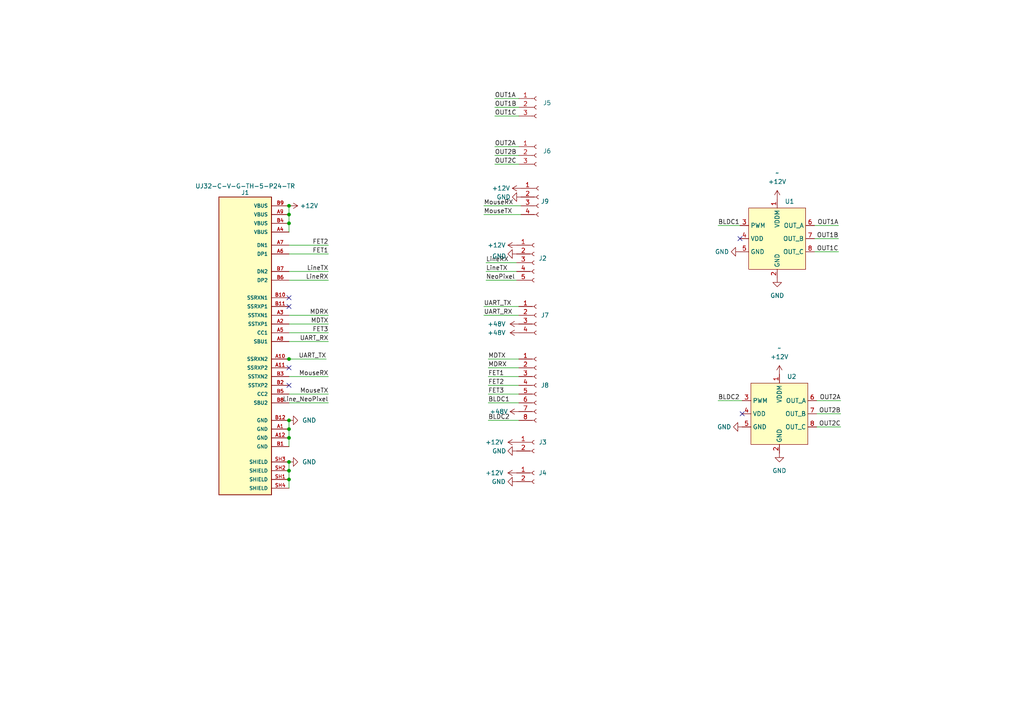
<source format=kicad_sch>
(kicad_sch (version 20230121) (generator eeschema)
  (paper "A4")
  (lib_symbols
    (symbol "Connector:Conn_01x02_Socket" (pin_names (offset 1.016) hide)
      (property "Reference" "J" (at 0 2.54 0))
      (property "Value" "Conn_01x02_Socket" (at 0 -5.08 0))
      (symbol "Conn_01x02_Socket_1_1"
        (arc (start 0 -2.032) (mid -0.5058 -2.54) (end 0 -3.048) (stroke (width 0.1524)))
        (polyline (pts (xy -1.27 -2.54) (xy -0.508 -2.54)) (stroke (width 0.1524)))
        (polyline (pts (xy -1.27 0) (xy -0.508 0)) (stroke (width 0.1524)))
        (arc (start 0 0.508) (mid -0.5058 0) (end 0 -0.508) (stroke (width 0.1524)))
        (pin passive line (at -5.08 0 0) (length 3.81) (name "Pin_1") (number "1"))
        (pin passive line (at -5.08 -2.54 0) (length 3.81) (name "Pin_2") (number "2"))
      )
    )
    (symbol "Connector:Conn_01x03_Socket" (pin_names (offset 1.016) hide)
      (property "Reference" "J" (at 0 5.08 0))
      (property "Value" "Conn_01x03_Socket" (at 0 -5.08 0))
      (symbol "Conn_01x03_Socket_1_1"
        (arc (start 0 -2.032) (mid -0.5058 -2.54) (end 0 -3.048) (stroke (width 0.1524)))
        (polyline (pts (xy -1.27 -2.54) (xy -0.508 -2.54)) (stroke (width 0.1524)))
        (polyline (pts (xy -1.27 0) (xy -0.508 0)) (stroke (width 0.1524)))
        (polyline (pts (xy -1.27 2.54) (xy -0.508 2.54)) (stroke (width 0.1524)))
        (arc (start 0 0.508) (mid -0.5058 0) (end 0 -0.508) (stroke (width 0.1524)))
        (arc (start 0 3.048) (mid -0.5058 2.54) (end 0 2.032) (stroke (width 0.1524)))
        (pin passive line (at -5.08 2.54 0) (length 3.81) (name "Pin_1") (number "1"))
        (pin passive line (at -5.08 0 0) (length 3.81) (name "Pin_2") (number "2"))
        (pin passive line (at -5.08 -2.54 0) (length 3.81) (name "Pin_3") (number "3"))
      )
    )
    (symbol "Connector:Conn_01x04_Socket" (pin_names (offset 1.016) hide)
      (property "Reference" "J" (at 0 5.08 0))
      (property "Value" "Conn_01x04_Socket" (at 0 -7.62 0))
      (symbol "Conn_01x04_Socket_1_1"
        (arc (start 0 -4.572) (mid -0.5058 -5.08) (end 0 -5.588) (stroke (width 0.1524)))
        (arc (start 0 -2.032) (mid -0.5058 -2.54) (end 0 -3.048) (stroke (width 0.1524)))
        (polyline (pts (xy -1.27 -5.08) (xy -0.508 -5.08)) (stroke (width 0.1524)))
        (polyline (pts (xy -1.27 -2.54) (xy -0.508 -2.54)) (stroke (width 0.1524)))
        (polyline (pts (xy -1.27 0) (xy -0.508 0)) (stroke (width 0.1524)))
        (polyline (pts (xy -1.27 2.54) (xy -0.508 2.54)) (stroke (width 0.1524)))
        (arc (start 0 0.508) (mid -0.5058 0) (end 0 -0.508) (stroke (width 0.1524)))
        (arc (start 0 3.048) (mid -0.5058 2.54) (end 0 2.032) (stroke (width 0.1524)))
        (pin passive line (at -5.08 2.54 0) (length 3.81) (name "Pin_1") (number "1"))
        (pin passive line (at -5.08 0 0) (length 3.81) (name "Pin_2") (number "2"))
        (pin passive line (at -5.08 -2.54 0) (length 3.81) (name "Pin_3") (number "3"))
        (pin passive line (at -5.08 -5.08 0) (length 3.81) (name "Pin_4") (number "4"))
      )
    )
    (symbol "Connector:Conn_01x05_Socket" (pin_names (offset 1.016) hide)
      (property "Reference" "J" (at 0 7.62 0))
      (property "Value" "Conn_01x05_Socket" (at 0 -7.62 0))
      (symbol "Conn_01x05_Socket_1_1"
        (arc (start 0 -4.572) (mid -0.5058 -5.08) (end 0 -5.588) (stroke (width 0.1524)))
        (arc (start 0 -2.032) (mid -0.5058 -2.54) (end 0 -3.048) (stroke (width 0.1524)))
        (polyline (pts (xy -1.27 -5.08) (xy -0.508 -5.08)) (stroke (width 0.1524)))
        (polyline (pts (xy -1.27 -2.54) (xy -0.508 -2.54)) (stroke (width 0.1524)))
        (polyline (pts (xy -1.27 0) (xy -0.508 0)) (stroke (width 0.1524)))
        (polyline (pts (xy -1.27 2.54) (xy -0.508 2.54)) (stroke (width 0.1524)))
        (polyline (pts (xy -1.27 5.08) (xy -0.508 5.08)) (stroke (width 0.1524)))
        (arc (start 0 0.508) (mid -0.5058 0) (end 0 -0.508) (stroke (width 0.1524)))
        (arc (start 0 3.048) (mid -0.5058 2.54) (end 0 2.032) (stroke (width 0.1524)))
        (arc (start 0 5.588) (mid -0.5058 5.08) (end 0 4.572) (stroke (width 0.1524)))
        (pin passive line (at -5.08 5.08 0) (length 3.81) (name "Pin_1") (number "1"))
        (pin passive line (at -5.08 2.54 0) (length 3.81) (name "Pin_2") (number "2"))
        (pin passive line (at -5.08 0 0) (length 3.81) (name "Pin_3") (number "3"))
        (pin passive line (at -5.08 -2.54 0) (length 3.81) (name "Pin_4") (number "4"))
        (pin passive line (at -5.08 -5.08 0) (length 3.81) (name "Pin_5") (number "5"))
      )
    )
    (symbol "Connector:Conn_01x08_Socket" (pin_names (offset 1.016) hide)
      (property "Reference" "J" (at 0 10.16 0))
      (property "Value" "Conn_01x08_Socket" (at 0 -12.7 0))
      (symbol "Conn_01x08_Socket_1_1"
        (arc (start 0 -9.652) (mid -0.5058 -10.16) (end 0 -10.668) (stroke (width 0.1524)))
        (arc (start 0 -7.112) (mid -0.5058 -7.62) (end 0 -8.128) (stroke (width 0.1524)))
        (arc (start 0 -4.572) (mid -0.5058 -5.08) (end 0 -5.588) (stroke (width 0.1524)))
        (arc (start 0 -2.032) (mid -0.5058 -2.54) (end 0 -3.048) (stroke (width 0.1524)))
        (polyline (pts (xy -1.27 -10.16) (xy -0.508 -10.16)) (stroke (width 0.1524)))
        (polyline (pts (xy -1.27 -7.62) (xy -0.508 -7.62)) (stroke (width 0.1524)))
        (polyline (pts (xy -1.27 -5.08) (xy -0.508 -5.08)) (stroke (width 0.1524)))
        (polyline (pts (xy -1.27 -2.54) (xy -0.508 -2.54)) (stroke (width 0.1524)))
        (polyline (pts (xy -1.27 0) (xy -0.508 0)) (stroke (width 0.1524)))
        (polyline (pts (xy -1.27 2.54) (xy -0.508 2.54)) (stroke (width 0.1524)))
        (polyline (pts (xy -1.27 5.08) (xy -0.508 5.08)) (stroke (width 0.1524)))
        (polyline (pts (xy -1.27 7.62) (xy -0.508 7.62)) (stroke (width 0.1524)))
        (arc (start 0 0.508) (mid -0.5058 0) (end 0 -0.508) (stroke (width 0.1524)))
        (arc (start 0 3.048) (mid -0.5058 2.54) (end 0 2.032) (stroke (width 0.1524)))
        (arc (start 0 5.588) (mid -0.5058 5.08) (end 0 4.572) (stroke (width 0.1524)))
        (arc (start 0 8.128) (mid -0.5058 7.62) (end 0 7.112) (stroke (width 0.1524)))
        (pin passive line (at -5.08 7.62 0) (length 3.81) (name "Pin_1") (number "1"))
        (pin passive line (at -5.08 5.08 0) (length 3.81) (name "Pin_2") (number "2"))
        (pin passive line (at -5.08 2.54 0) (length 3.81) (name "Pin_3") (number "3"))
        (pin passive line (at -5.08 0 0) (length 3.81) (name "Pin_4") (number "4"))
        (pin passive line (at -5.08 -2.54 0) (length 3.81) (name "Pin_5") (number "5"))
        (pin passive line (at -5.08 -5.08 0) (length 3.81) (name "Pin_6") (number "6"))
        (pin passive line (at -5.08 -7.62 0) (length 3.81) (name "Pin_7") (number "7"))
        (pin passive line (at -5.08 -10.16 0) (length 3.81) (name "Pin_8") (number "8"))
      )
    )
    (symbol "ESC:ESC"
      (property "Reference" "U" (at 0 0 0))
      (symbol "ESC_1_1"
        (rectangle (start -8.255 -10.16) (end 8.255 -27.94) (fill (type background)))
        (pin power_in line (at 0 -7.62 270) (length 2.54) (name "VDDM") (number "1"))
        (pin power_in line (at 0 -30.48 90) (length 2.54) (name "GND") (number "2"))
        (pin input line (at -10.795 -15.24 0) (length 2.54) (name "PWM") (number "3"))
        (pin power_in line (at -10.795 -19.05 0) (length 2.54) (name "VDD") (number "4"))
        (pin power_in line (at -10.795 -22.86 0) (length 2.54) (name "GND") (number "5"))
        (pin output line (at 10.795 -15.24 180) (length 2.54) (name "OUT_A") (number "6"))
        (pin output line (at 10.795 -19.05 180) (length 2.54) (name "OUT_B") (number "7"))
        (pin output line (at 10.795 -22.86 180) (length 2.54) (name "OUT_C") (number "8"))
      )
    )
    (symbol "UJ32-C-V-G-TH-5-P24-TR:UJ32-C-V-G-TH-5-P24-TR" (pin_names (offset 1.016))
      (property "Reference" "J2" (at 0 40.64 0))
      (property "Value" "UJ32-C-V-G-TH-5-P24-TR" (at 0 42.545 0))
      (symbol "UJ32-C-V-G-TH-5-P24-TR_0_0"
        (rectangle (start -7.62 39.37) (end 7.62 -46.99) (stroke (width 0.254)) (fill (type background)))
        (pin passive line (at 12.7 -27.94 180) (length 5.08) (name "GND") (number "A1"))
        (pin passive line (at 12.7 -7.62 180) (length 5.08) (name "SSRXN2") (number "A10"))
        (pin passive line (at 12.7 -10.16 180) (length 5.08) (name "SSRXP2") (number "A11"))
        (pin passive line (at 12.7 -30.48 180) (length 5.08) (name "GND") (number "A12"))
        (pin passive line (at 12.7 2.54 180) (length 5.08) (name "SSTXP1") (number "A2"))
        (pin passive line (at 12.7 5.08 180) (length 5.08) (name "SSTXN1") (number "A3"))
        (pin passive line (at 12.7 29.21 180) (length 5.08) (name "VBUS") (number "A4"))
        (pin passive line (at 12.7 0 180) (length 5.08) (name "CC1") (number "A5"))
        (pin passive line (at 12.7 22.86 180) (length 5.08) (name "DP1") (number "A6"))
        (pin passive line (at 12.7 25.4 180) (length 5.08) (name "DN1") (number "A7"))
        (pin passive line (at 12.7 -2.54 180) (length 5.08) (name "SBU1") (number "A8"))
        (pin passive line (at 12.7 34.29 180) (length 5.08) (name "VBUS") (number "A9"))
        (pin passive line (at 12.7 -33.02 180) (length 5.08) (name "GND") (number "B1"))
        (pin passive line (at 12.7 10.16 180) (length 5.08) (name "SSRXN1") (number "B10"))
        (pin passive line (at 12.7 7.62 180) (length 5.08) (name "SSRXP1") (number "B11"))
        (pin passive line (at 12.7 -25.4 180) (length 5.08) (name "GND") (number "B12"))
        (pin passive line (at 12.7 -15.24 180) (length 5.08) (name "SSTXP2") (number "B2"))
        (pin passive line (at 12.7 -12.7 180) (length 5.08) (name "SSTXN2") (number "B3"))
        (pin passive line (at 12.7 31.75 180) (length 5.08) (name "VBUS") (number "B4"))
        (pin passive line (at 12.7 -17.78 180) (length 5.08) (name "CC2") (number "B5"))
        (pin passive line (at 12.7 15.24 180) (length 5.08) (name "DP2") (number "B6"))
        (pin passive line (at 12.7 17.78 180) (length 5.08) (name "DN2") (number "B7"))
        (pin passive line (at 12.7 -20.32 180) (length 5.08) (name "SBU2") (number "B8"))
        (pin passive line (at 12.7 36.83 180) (length 5.08) (name "VBUS") (number "B9"))
        (pin passive line (at 12.7 -42.545 180) (length 5.08) (name "SHIELD") (number "SH1"))
        (pin passive line (at 12.7 -40.005 180) (length 5.08) (name "SHIELD") (number "SH2"))
        (pin passive line (at 12.7 -37.465 180) (length 5.08) (name "SHIELD") (number "SH3"))
        (pin passive line (at 12.7 -45.085 180) (length 5.08) (name "SHIELD") (number "SH4"))
      )
    )
    (symbol "power:+12V" (power) (pin_names (offset 0))
      (property "Value" "+12V" (at 0 3.556 0))
      (symbol "+12V_0_1"
        (polyline (pts (xy -0.762 1.27) (xy 0 2.54)))
        (polyline (pts (xy 0 0) (xy 0 2.54)))
        (polyline (pts (xy 0 2.54) (xy 0.762 1.27)))
      )
      (symbol "+12V_1_1"
        (pin power_in line (at 0 0 90) (length 0) hide (name "+12V") (number "1"))
      )
    )
    (symbol "power:+48V" (power) (pin_names (offset 0))
      (property "Value" "+48V" (at 0 3.556 0))
      (symbol "+48V_0_1"
        (polyline (pts (xy -0.762 1.27) (xy 0 2.54)))
        (polyline (pts (xy 0 0) (xy 0 2.54)))
        (polyline (pts (xy 0 2.54) (xy 0.762 1.27)))
      )
      (symbol "+48V_1_1"
        (pin power_in line (at 0 0 90) (length 0) hide (name "+48V") (number "1"))
      )
    )
    (symbol "power:GND" (power) (pin_names (offset 0))
      (property "Value" "GND" (at 0 -3.81 0))
      (symbol "GND_0_1"
        (polyline (pts (xy 0 0) (xy 0 -1.27) (xy 1.27 -1.27) (xy 0 -2.54) (xy -1.27 -1.27) (xy 0 -1.27)))
      )
      (symbol "GND_1_1"
        (pin power_in line (at 0 0 270) (length 0) hide (name "GND") (number "1"))
      )
    )
  )
  (junction (at 83.82 133.985))
  (junction (at 83.82 139.065))
  (junction (at 83.82 121.92))
  (junction (at 83.82 136.525))
  (junction (at 83.82 62.23))
  (junction (at 83.82 104.14))
  (junction (at 83.82 124.46))
  (junction (at 83.82 64.77))
  (junction (at 83.82 59.69))
  (junction (at 83.82 127))
  (no_connect (at 83.82 88.9))
  (no_connect (at 83.82 106.68))
  (no_connect (at 215.265 120.015))
  (no_connect (at 83.82 86.36))
  (no_connect (at 214.63 69.215))
  (no_connect (at 83.82 111.76))
  (wire (pts (xy 143.51 28.575) (xy 150.495 28.575)))
  (wire (pts (xy 83.82 64.77) (xy 83.82 67.31)))
  (wire (pts (xy 83.82 127) (xy 83.82 129.54)))
  (wire (pts (xy 95.25 78.74) (xy 83.82 78.74)))
  (wire (pts (xy 140.97 76.2) (xy 149.86 76.2)))
  (wire (pts (xy 141.605 114.3) (xy 150.495 114.3)))
  (wire (pts (xy 141.605 111.76) (xy 150.495 111.76)))
  (wire (pts (xy 83.82 124.46) (xy 83.82 127)))
  (wire (pts (xy 141.605 121.92) (xy 150.495 121.92)))
  (wire (pts (xy 83.82 121.92) (xy 83.82 124.46)))
  (wire (pts (xy 83.82 139.065) (xy 83.82 141.605)))
  (wire (pts (xy 95.25 93.98) (xy 83.82 93.98)))
  (wire (pts (xy 83.82 59.69) (xy 83.82 62.23)))
  (wire (pts (xy 95.25 99.06) (xy 83.82 99.06)))
  (wire (pts (xy 243.205 69.215) (xy 236.22 69.215)))
  (wire (pts (xy 208.28 116.205) (xy 215.265 116.205)))
  (wire (pts (xy 94.615 104.14) (xy 83.82 104.14)))
  (wire (pts (xy 208.28 65.405) (xy 214.63 65.405)))
  (wire (pts (xy 83.82 104.14) (xy 83.185 104.14)))
  (wire (pts (xy 143.51 47.625) (xy 150.495 47.625)))
  (wire (pts (xy 140.97 78.74) (xy 149.86 78.74)))
  (wire (pts (xy 140.335 91.44) (xy 150.495 91.44)))
  (wire (pts (xy 95.25 96.52) (xy 83.82 96.52)))
  (wire (pts (xy 140.335 88.9) (xy 150.495 88.9)))
  (wire (pts (xy 95.25 71.12) (xy 83.82 71.12)))
  (wire (pts (xy 141.605 116.84) (xy 150.495 116.84)))
  (wire (pts (xy 243.84 116.205) (xy 236.855 116.205)))
  (wire (pts (xy 95.25 109.22) (xy 83.82 109.22)))
  (wire (pts (xy 143.51 31.115) (xy 150.495 31.115)))
  (wire (pts (xy 95.25 91.44) (xy 83.82 91.44)))
  (wire (pts (xy 83.82 136.525) (xy 83.82 139.065)))
  (wire (pts (xy 243.205 73.025) (xy 236.22 73.025)))
  (wire (pts (xy 95.25 114.3) (xy 83.82 114.3)))
  (wire (pts (xy 95.25 73.66) (xy 83.82 73.66)))
  (wire (pts (xy 140.335 59.69) (xy 151.13 59.69)))
  (wire (pts (xy 243.84 123.825) (xy 236.855 123.825)))
  (wire (pts (xy 95.25 116.84) (xy 83.82 116.84)))
  (wire (pts (xy 83.82 62.23) (xy 83.82 64.77)))
  (wire (pts (xy 243.205 65.405) (xy 236.22 65.405)))
  (wire (pts (xy 140.97 81.28) (xy 149.86 81.28)))
  (wire (pts (xy 83.82 133.985) (xy 83.82 136.525)))
  (wire (pts (xy 140.335 62.23) (xy 151.13 62.23)))
  (wire (pts (xy 143.51 42.545) (xy 150.495 42.545)))
  (wire (pts (xy 141.605 106.68) (xy 150.495 106.68)))
  (wire (pts (xy 141.605 104.14) (xy 150.495 104.14)))
  (wire (pts (xy 243.84 120.015) (xy 236.855 120.015)))
  (wire (pts (xy 95.25 81.28) (xy 83.82 81.28)))
  (wire (pts (xy 143.51 33.655) (xy 150.495 33.655)))
  (wire (pts (xy 141.605 109.22) (xy 150.495 109.22)))
  (wire (pts (xy 143.51 45.085) (xy 150.495 45.085)))
  (label "OUT2A" (at 143.51 42.545 0))
  (label "MDRX" (at 95.25 91.44 180))
  (label "OUT2B" (at 143.51 45.085 0))
  (label "OUT1B" (at 143.51 31.115 0))
  (label "LineRX" (at 95.25 81.28 180))
  (label "BLDC1" (at 141.605 116.84 0))
  (label "UART_RX" (at 140.335 91.44 0))
  (label "MDTX" (at 141.605 104.14 0))
  (label "OUT1A" (at 243.205 65.405 180))
  (label "OUT2C" (at 143.51 47.625 0))
  (label "LineTX" (at 140.97 78.74 0))
  (label "OUT1A" (at 143.51 28.575 0))
  (label "OUT1B" (at 243.205 69.215 180))
  (label "MouseRX" (at 140.335 59.69 0))
  (label "OUT2C" (at 243.84 123.825 180))
  (label "MouseTX" (at 95.25 114.3 180))
  (label "MouseTX" (at 140.335 62.23 0))
  (label "OUT1C" (at 143.51 33.655 0))
  (label "BLDC2" (at 141.605 121.92 0))
  (label "MDTX" (at 95.25 93.98 180))
  (label "LineTX" (at 95.25 78.74 180))
  (label "Line_NeoPixel" (at 95.25 116.84 180))
  (label "FET1" (at 141.605 109.22 0))
  (label "FET2" (at 141.605 111.76 0))
  (label "OUT1C" (at 243.205 73.025 180))
  (label "MDRX" (at 141.605 106.68 0))
  (label "FET2" (at 95.25 71.12 180))
  (label "UART_RX" (at 95.25 99.06 180))
  (label "OUT2A" (at 243.84 116.205 180))
  (label "UART_TX" (at 94.615 104.14 180))
  (label "UART_TX" (at 140.335 88.9 0))
  (label "NeoPixel" (at 140.97 81.28 0))
  (label "MouseRX" (at 95.25 109.22 180))
  (label "FET3" (at 141.605 114.3 0))
  (label "FET3" (at 95.25 96.52 180))
  (label "LineRX" (at 140.97 76.2 0))
  (label "BLDC2" (at 208.28 116.205 0))
  (label "OUT2B" (at 243.84 120.015 180))
  (label "BLDC1" (at 208.28 65.405 0))
  (label "FET1" (at 95.25 73.66 180))
  (symbol (lib_id "Connector:Conn_01x08_Socket") (at 155.575 111.76 0) (unit 1)
    (property "Reference" "J8" (at 156.845 111.76 0) (effects (justify left)))
    (property "Value" "Conn_01x08_Socket" (effects hide))
    (property "Footprint" "Connector_PinSocket_2.54mm:PinSocket_2x06_P2.54mm_Horizontal" (effects hide))
  )
  (symbol (lib_id "power:+48V") (at 150.495 96.52 90) (unit 1)
    (property "Reference" "#PWR011" (effects hide))
    (property "Value" "+48V" (at 146.685 96.52 90) (effects (justify left)))
  )
  (symbol (lib_id "power:+12V") (at 149.86 137.16 90) (unit 1)
    (property "Reference" "#PWR08" (effects hide))
    (property "Value" "+12V" (at 146.05 137.16 90) (effects (justify left)))
  )
  (symbol (lib_id "power:GND") (at 214.63 73.025 270) (unit 1)
    (property "Reference" "#PWR015" (effects hide))
    (property "Value" "GND" (at 211.455 73.025 90) (effects (justify right)))
  )
  (symbol (lib_id "power:GND") (at 149.86 139.7 270) (unit 1)
    (property "Reference" "#PWR09" (effects hide))
    (property "Value" "GND" (at 146.685 139.7 90) (effects (justify right)))
  )
  (symbol (lib_id "power:GND") (at 149.86 130.81 270) (unit 1)
    (property "Reference" "#PWR07" (effects hide))
    (property "Value" "GND" (at 144.78 130.81 90))
  )
  (symbol (lib_id "Connector:Conn_01x02_Socket") (at 154.94 137.16 0) (unit 1)
    (property "Reference" "J4" (at 156.21 137.16 0) (effects (justify left)))
    (property "Value" "Conn_01x02_Socket" (effects hide))
    (property "Footprint" "Connector_AMASS:AMASS_XT30PW-M_1x02_P2.50mm_Horizontal" (effects hide))
  )
  (symbol (lib_id "power:GND") (at 83.82 133.985 90) (unit 1)
    (property "Reference" "#PWR03" (effects hide))
    (property "Value" "GND" (at 87.63 133.985 90) (effects (justify right)))
  )
  (symbol (lib_id "power:+12V") (at 226.06 108.585 0) (unit 1)
    (property "Reference" "#PWR019" (effects hide))
    (property "Value" "+12V" (at 226.06 103.505 0))
  )
  (symbol (lib_id "power:+12V") (at 225.425 57.785 0) (unit 1)
    (property "Reference" "#PWR017" (effects hide))
    (property "Value" "+12V" (at 225.425 52.705 0))
  )
  (symbol (lib_id "Connector:Conn_01x03_Socket") (at 155.575 45.085 0) (unit 1)
    (property "Reference" "J6" (at 157.48 43.815 0) (effects (justify left)))
    (property "Value" "Conn_01x03_Socket" (effects hide))
    (property "Footprint" "Connector_JST:JST_XH_B3B-XH-A_1x03_P2.50mm_Vertical" (effects hide))
  )
  (symbol (lib_id "ESC:ESC") (at 226.06 100.965 0) (unit 1)
    (property "Reference" "U2" (at 228.2541 109.22 0) (effects (justify left)))
    (property "Value" "~" (at 226.06 100.965 0))
    (property "Footprint" "ESC:ESC_20A" (effects hide))
  )
  (symbol (lib_id "power:+12V") (at 149.86 128.27 90) (unit 1)
    (property "Reference" "#PWR06" (effects hide))
    (property "Value" "+12V" (at 146.05 128.27 90) (effects (justify left)))
  )
  (symbol (lib_id "Connector:Conn_01x04_Socket") (at 156.21 57.15 0) (unit 1)
    (property "Reference" "J9" (at 156.845 58.42 0) (effects (justify left)))
    (property "Value" "Conn_01x04_Socket" (effects hide))
    (property "Footprint" "Connector_JST:JST_XH_B4B-XH-A_1x04_P2.50mm_Vertical" (effects hide))
  )
  (symbol (lib_id "power:+12V") (at 151.13 54.61 90) (unit 1)
    (property "Reference" "#PWR013" (effects hide))
    (property "Value" "+12V" (at 147.955 54.61 90) (effects (justify left)))
  )
  (symbol (lib_id "power:GND") (at 226.06 131.445 0) (unit 1)
    (property "Reference" "#PWR020" (effects hide))
    (property "Value" "GND" (at 226.06 136.525 0))
  )
  (symbol (lib_id "UJ32-C-V-G-TH-5-P24-TR:UJ32-C-V-G-TH-5-P24-TR") (at 71.12 96.52 0) (unit 1)
    (property "Reference" "J1" (at 71.12 55.88 0))
    (property "Value" "UJ32-C-V-G-TH-5-P24-TR" (at 71.12 53.975 0))
    (property "Footprint" "UJ32-C-V-G-TH-5-P24-TR:SAMESKY_UJ32-C-V-G-TH-5-P24-TR" (effects hide))
    (property "MF" "Same Sky" (effects hide))
    (property "MAXIMUM_PACKAGE_HEIGHT" "9.35mm" (effects hide))
    (property "Package" "None" (effects hide))
    (property "Price" "None" (effects hide))
    (property "Check_prices" "https://www.snapeda.com/parts/UJ32-C-V-G-TH-5-P24-TR/Same+Sky/view-part/?ref=eda" (effects hide))
    (property "STANDARD" "Manufacturer Recommendations" (effects hide))
    (property "PARTREV" "1.0" (effects hide))
    (property "SnapEDA_Link" "https://www.snapeda.com/parts/UJ32-C-V-G-TH-5-P24-TR/Same+Sky/view-part/?ref=snap" (effects hide))
    (property "MP" "UJ32-C-V-G-TH-5-P24-TR" (effects hide))
    (property "Description" "\n                        \n                            Type C, USB 3.2, 5 Gbps, 48 Vac, 5 A, Vertical, Gold plated 3u, Through Hole,9.2mm, 24 pin\n                        \n" (effects hide))
    (property "Availability" "In Stock" (effects hide))
    (property "MANUFACTURER" "Same Sky" (effects hide))
    (property "LCSC" "C5342428" (effects hide))
  )
  (symbol (lib_id "power:+48V") (at 150.495 119.38 90) (unit 1)
    (property "Reference" "#PWR012" (effects hide))
    (property "Value" "+48V" (at 147.32 119.38 90) (effects (justify left)))
  )
  (symbol (lib_id "Connector:Conn_01x03_Socket") (at 155.575 31.115 0) (unit 1)
    (property "Reference" "J5" (at 157.48 29.845 0) (effects (justify left)))
    (property "Value" "Conn_01x03_Socket" (effects hide))
    (property "Footprint" "Connector_JST:JST_XH_B3B-XH-A_1x03_P2.50mm_Vertical" (effects hide))
  )
  (symbol (lib_id "Connector:Conn_01x05_Socket") (at 154.94 76.2 0) (unit 1)
    (property "Reference" "J2" (at 156.21 74.93 0) (effects (justify left)))
    (property "Value" "Conn_01x05_Socket" (effects hide))
    (property "Footprint" "Connector_JST:JST_XH_S5B-XH-A_1x05_P2.50mm_Horizontal" (effects hide))
  )
  (symbol (lib_id "power:GND") (at 225.425 80.645 0) (unit 1)
    (property "Reference" "#PWR018" (effects hide))
    (property "Value" "GND" (at 225.425 85.725 0))
  )
  (symbol (lib_id "Connector:Conn_01x04_Socket") (at 155.575 91.44 0) (unit 1)
    (property "Reference" "J7" (at 156.845 91.44 0) (effects (justify left)))
    (property "Value" "Conn_01x04_Socket" (effects hide))
    (property "Footprint" "Connector_PinSocket_2.54mm:PinSocket_1x04_P2.54mm_Horizontal" (effects hide))
  )
  (symbol (lib_id "ESC:ESC") (at 225.425 50.165 0) (unit 1)
    (property "Reference" "U1" (at 227.6191 58.42 0) (effects (justify left)))
    (property "Value" "~" (at 225.425 50.165 0))
    (property "Footprint" "ESC:ESC_20A" (effects hide))
  )
  (symbol (lib_id "power:GND") (at 149.86 73.66 270) (unit 1)
    (property "Reference" "#PWR05" (effects hide))
    (property "Value" "GND" (at 144.78 74.295 90))
  )
  (symbol (lib_id "power:GND") (at 215.265 123.825 270) (unit 1)
    (property "Reference" "#PWR016" (effects hide))
    (property "Value" "GND" (at 212.09 123.825 90) (effects (justify right)))
  )
  (symbol (lib_id "power:GND") (at 83.82 121.92 90) (unit 1)
    (property "Reference" "#PWR02" (effects hide))
    (property "Value" "GND" (at 87.63 121.92 90) (effects (justify right)))
  )
  (symbol (lib_id "power:GND") (at 151.13 57.15 270) (unit 1)
    (property "Reference" "#PWR014" (effects hide))
    (property "Value" "GND" (at 146.05 57.15 90))
  )
  (symbol (lib_id "power:+12V") (at 83.82 59.69 270) (unit 1)
    (property "Reference" "#PWR01" (effects hide))
    (property "Value" "+12V" (at 86.995 59.69 90) (effects (justify left)))
  )
  (symbol (lib_id "Connector:Conn_01x02_Socket") (at 154.94 128.27 0) (unit 1)
    (property "Reference" "J3" (at 156.21 128.27 0) (effects (justify left)))
    (property "Value" "Conn_01x02_Socket" (effects hide))
    (property "Footprint" "Connector_AMASS:AMASS_XT30PW-M_1x02_P2.50mm_Horizontal" (effects hide))
  )
  (symbol (lib_id "power:+12V") (at 149.86 71.12 90) (unit 1)
    (property "Reference" "#PWR04" (effects hide))
    (property "Value" "+12V" (at 146.685 71.12 90) (effects (justify left)))
  )
  (symbol (lib_id "power:+48V") (at 150.495 93.98 90) (unit 1)
    (property "Reference" "#PWR010" (effects hide))
    (property "Value" "+48V" (at 146.685 93.98 90) (effects (justify left)))
  )
)
</source>
